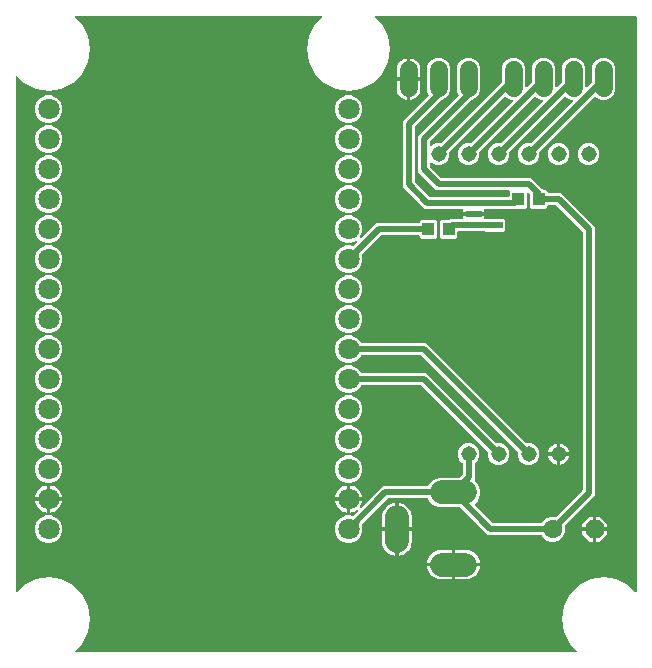
<source format=gbr>
G04 EAGLE Gerber RS-274X export*
G75*
%MOMM*%
%FSLAX34Y34*%
%LPD*%
%INBottom Copper*%
%IPPOS*%
%AMOC8*
5,1,8,0,0,1.08239X$1,22.5*%
G01*
%ADD10P,1.732040X8X22.500000*%
%ADD11C,1.600200*%
%ADD12C,1.800000*%
%ADD13C,2.000000*%
%ADD14R,1.000000X1.100000*%
%ADD15C,1.508000*%
%ADD16R,1.320800X0.558800*%
%ADD17C,1.308000*%
%ADD18C,0.508000*%

G36*
X-484626Y10172D02*
X-484626Y10172D01*
X-484698Y10174D01*
X-484747Y10192D01*
X-484798Y10200D01*
X-484861Y10234D01*
X-484929Y10259D01*
X-484969Y10291D01*
X-485015Y10316D01*
X-485065Y10367D01*
X-485121Y10412D01*
X-485149Y10456D01*
X-485185Y10494D01*
X-485215Y10559D01*
X-485254Y10619D01*
X-485266Y10670D01*
X-485288Y10717D01*
X-485296Y10788D01*
X-485314Y10858D01*
X-485310Y10910D01*
X-485315Y10961D01*
X-485300Y11032D01*
X-485295Y11103D01*
X-485274Y11151D01*
X-485263Y11202D01*
X-485226Y11263D01*
X-485198Y11329D01*
X-485153Y11385D01*
X-485137Y11413D01*
X-485119Y11428D01*
X-485093Y11460D01*
X-479303Y17251D01*
X-474265Y27139D01*
X-472529Y38100D01*
X-474265Y49061D01*
X-479303Y58950D01*
X-487151Y66797D01*
X-497039Y71835D01*
X-508000Y73571D01*
X-518961Y71835D01*
X-528850Y66797D01*
X-534640Y61007D01*
X-534698Y60965D01*
X-534750Y60915D01*
X-534797Y60893D01*
X-534839Y60863D01*
X-534908Y60842D01*
X-534973Y60812D01*
X-535025Y60806D01*
X-535075Y60791D01*
X-535146Y60793D01*
X-535217Y60785D01*
X-535268Y60796D01*
X-535320Y60797D01*
X-535388Y60822D01*
X-535458Y60837D01*
X-535503Y60864D01*
X-535551Y60881D01*
X-535607Y60926D01*
X-535669Y60963D01*
X-535703Y61003D01*
X-535743Y61035D01*
X-535782Y61095D01*
X-535829Y61150D01*
X-535848Y61198D01*
X-535876Y61242D01*
X-535894Y61312D01*
X-535921Y61378D01*
X-535929Y61449D01*
X-535937Y61481D01*
X-535935Y61504D01*
X-535939Y61545D01*
X-535939Y497255D01*
X-535928Y497326D01*
X-535926Y497398D01*
X-535908Y497447D01*
X-535900Y497498D01*
X-535866Y497561D01*
X-535841Y497629D01*
X-535809Y497669D01*
X-535784Y497715D01*
X-535732Y497765D01*
X-535688Y497821D01*
X-535644Y497849D01*
X-535606Y497885D01*
X-535541Y497915D01*
X-535481Y497954D01*
X-535430Y497966D01*
X-535383Y497988D01*
X-535312Y497996D01*
X-535242Y498014D01*
X-535190Y498010D01*
X-535139Y498015D01*
X-535068Y498000D01*
X-534997Y497995D01*
X-534949Y497974D01*
X-534898Y497963D01*
X-534837Y497926D01*
X-534771Y497898D01*
X-534715Y497853D01*
X-534687Y497837D01*
X-534672Y497819D01*
X-534640Y497793D01*
X-528850Y492003D01*
X-518961Y486965D01*
X-508000Y485229D01*
X-497039Y486965D01*
X-487150Y492003D01*
X-479303Y499850D01*
X-474265Y509739D01*
X-472529Y520700D01*
X-474265Y531661D01*
X-479303Y541550D01*
X-485093Y547340D01*
X-485135Y547398D01*
X-485185Y547450D01*
X-485207Y547497D01*
X-485237Y547539D01*
X-485258Y547608D01*
X-485288Y547673D01*
X-485294Y547725D01*
X-485309Y547775D01*
X-485307Y547846D01*
X-485315Y547917D01*
X-485304Y547968D01*
X-485303Y548020D01*
X-485278Y548088D01*
X-485263Y548158D01*
X-485236Y548203D01*
X-485219Y548251D01*
X-485174Y548307D01*
X-485137Y548369D01*
X-485097Y548403D01*
X-485065Y548443D01*
X-485005Y548482D01*
X-484950Y548529D01*
X-484902Y548548D01*
X-484858Y548576D01*
X-484788Y548594D01*
X-484722Y548621D01*
X-484651Y548629D01*
X-484619Y548637D01*
X-484596Y548635D01*
X-484555Y548639D01*
X-277445Y548639D01*
X-277374Y548628D01*
X-277302Y548626D01*
X-277253Y548608D01*
X-277202Y548600D01*
X-277139Y548566D01*
X-277071Y548541D01*
X-277031Y548509D01*
X-276985Y548484D01*
X-276935Y548432D01*
X-276879Y548388D01*
X-276851Y548344D01*
X-276815Y548306D01*
X-276785Y548241D01*
X-276746Y548181D01*
X-276734Y548130D01*
X-276712Y548083D01*
X-276704Y548012D01*
X-276686Y547942D01*
X-276690Y547890D01*
X-276685Y547839D01*
X-276700Y547768D01*
X-276705Y547697D01*
X-276726Y547649D01*
X-276737Y547598D01*
X-276774Y547537D01*
X-276802Y547471D01*
X-276847Y547415D01*
X-276863Y547387D01*
X-276881Y547372D01*
X-276907Y547340D01*
X-282697Y541550D01*
X-287735Y531661D01*
X-289471Y520700D01*
X-287735Y509739D01*
X-282697Y499850D01*
X-274850Y492003D01*
X-264961Y486965D01*
X-254000Y485229D01*
X-243039Y486965D01*
X-233150Y492003D01*
X-225303Y499850D01*
X-220265Y509739D01*
X-218529Y520700D01*
X-220265Y531661D01*
X-225303Y541550D01*
X-231093Y547340D01*
X-231135Y547398D01*
X-231185Y547450D01*
X-231207Y547497D01*
X-231237Y547539D01*
X-231258Y547608D01*
X-231288Y547673D01*
X-231294Y547725D01*
X-231309Y547775D01*
X-231307Y547846D01*
X-231315Y547917D01*
X-231304Y547968D01*
X-231303Y548020D01*
X-231278Y548088D01*
X-231263Y548158D01*
X-231236Y548203D01*
X-231219Y548251D01*
X-231174Y548307D01*
X-231137Y548369D01*
X-231097Y548403D01*
X-231065Y548443D01*
X-231005Y548482D01*
X-230950Y548529D01*
X-230902Y548548D01*
X-230858Y548576D01*
X-230788Y548594D01*
X-230722Y548621D01*
X-230651Y548629D01*
X-230619Y548637D01*
X-230596Y548635D01*
X-230555Y548639D01*
X-10922Y548639D01*
X-10902Y548636D01*
X-10883Y548638D01*
X-10781Y548616D01*
X-10679Y548600D01*
X-10662Y548590D01*
X-10642Y548586D01*
X-10553Y548533D01*
X-10462Y548484D01*
X-10448Y548470D01*
X-10431Y548460D01*
X-10364Y548381D01*
X-10292Y548306D01*
X-10284Y548288D01*
X-10271Y548273D01*
X-10232Y548177D01*
X-10189Y548083D01*
X-10187Y548063D01*
X-10179Y548045D01*
X-10161Y547878D01*
X-10161Y61545D01*
X-10172Y61474D01*
X-10174Y61402D01*
X-10192Y61353D01*
X-10200Y61302D01*
X-10234Y61239D01*
X-10259Y61171D01*
X-10291Y61131D01*
X-10316Y61085D01*
X-10368Y61035D01*
X-10412Y60979D01*
X-10456Y60951D01*
X-10494Y60915D01*
X-10559Y60885D01*
X-10619Y60846D01*
X-10670Y60834D01*
X-10717Y60812D01*
X-10788Y60804D01*
X-10858Y60786D01*
X-10910Y60790D01*
X-10961Y60785D01*
X-11032Y60800D01*
X-11103Y60805D01*
X-11151Y60826D01*
X-11202Y60837D01*
X-11263Y60874D01*
X-11329Y60902D01*
X-11385Y60947D01*
X-11413Y60963D01*
X-11428Y60981D01*
X-11460Y61007D01*
X-17250Y66797D01*
X-27139Y71835D01*
X-38100Y73571D01*
X-49061Y71835D01*
X-58949Y66797D01*
X-66797Y58949D01*
X-71835Y49061D01*
X-73571Y38100D01*
X-71835Y27139D01*
X-66797Y17250D01*
X-61007Y11460D01*
X-60965Y11402D01*
X-60915Y11350D01*
X-60893Y11303D01*
X-60863Y11261D01*
X-60842Y11192D01*
X-60812Y11127D01*
X-60806Y11075D01*
X-60791Y11025D01*
X-60793Y10954D01*
X-60785Y10883D01*
X-60796Y10832D01*
X-60797Y10780D01*
X-60822Y10712D01*
X-60837Y10642D01*
X-60864Y10597D01*
X-60881Y10549D01*
X-60926Y10493D01*
X-60963Y10431D01*
X-61003Y10397D01*
X-61035Y10357D01*
X-61095Y10318D01*
X-61150Y10271D01*
X-61198Y10252D01*
X-61242Y10224D01*
X-61312Y10206D01*
X-61378Y10179D01*
X-61449Y10171D01*
X-61481Y10163D01*
X-61504Y10165D01*
X-61545Y10161D01*
X-484555Y10161D01*
X-484626Y10172D01*
G37*
%LPC*%
G36*
X-251704Y102759D02*
X-251704Y102759D01*
X-247463Y104516D01*
X-244216Y107763D01*
X-242459Y112004D01*
X-242459Y116596D01*
X-242868Y117582D01*
X-242894Y117695D01*
X-242923Y117809D01*
X-242923Y117816D01*
X-242924Y117822D01*
X-242913Y117938D01*
X-242904Y118055D01*
X-242902Y118060D01*
X-242901Y118067D01*
X-242853Y118175D01*
X-242808Y118281D01*
X-242803Y118287D01*
X-242801Y118291D01*
X-242788Y118305D01*
X-242703Y118412D01*
X-221118Y139996D01*
X-221045Y140049D01*
X-220975Y140109D01*
X-220945Y140121D01*
X-220919Y140140D01*
X-220832Y140167D01*
X-220747Y140201D01*
X-220706Y140205D01*
X-220684Y140212D01*
X-220651Y140211D01*
X-220580Y140219D01*
X-187078Y140219D01*
X-186963Y140200D01*
X-186847Y140183D01*
X-186842Y140181D01*
X-186835Y140180D01*
X-186733Y140125D01*
X-186628Y140072D01*
X-186624Y140067D01*
X-186618Y140064D01*
X-186538Y139980D01*
X-186456Y139896D01*
X-186452Y139890D01*
X-186449Y139886D01*
X-186441Y139869D01*
X-186375Y139749D01*
X-185732Y138196D01*
X-182204Y134668D01*
X-177595Y132759D01*
X-160060Y132759D01*
X-159970Y132745D01*
X-159879Y132737D01*
X-159849Y132725D01*
X-159817Y132720D01*
X-159736Y132677D01*
X-159653Y132641D01*
X-159620Y132615D01*
X-159600Y132604D01*
X-159578Y132581D01*
X-159522Y132536D01*
X-136205Y109219D01*
X-91094Y109219D01*
X-90980Y109200D01*
X-90863Y109183D01*
X-90858Y109181D01*
X-90852Y109180D01*
X-90749Y109125D01*
X-90644Y109072D01*
X-90640Y109067D01*
X-90634Y109064D01*
X-90554Y108980D01*
X-90472Y108896D01*
X-90468Y108890D01*
X-90465Y108886D01*
X-90457Y108869D01*
X-90391Y108749D01*
X-90217Y108329D01*
X-87251Y105363D01*
X-83377Y103758D01*
X-79183Y103758D01*
X-75309Y105363D01*
X-72343Y108329D01*
X-70738Y112203D01*
X-70738Y116397D01*
X-70913Y116818D01*
X-70939Y116931D01*
X-70968Y117045D01*
X-70967Y117051D01*
X-70969Y117057D01*
X-70958Y117174D01*
X-70949Y117290D01*
X-70946Y117296D01*
X-70946Y117302D01*
X-70898Y117410D01*
X-70852Y117516D01*
X-70848Y117522D01*
X-70846Y117527D01*
X-70833Y117541D01*
X-70748Y117647D01*
X-48918Y139476D01*
X-45719Y142675D01*
X-45719Y370405D01*
X-48918Y373604D01*
X-70896Y395582D01*
X-74095Y398781D01*
X-84798Y398781D01*
X-84818Y398784D01*
X-84837Y398782D01*
X-84939Y398804D01*
X-85041Y398820D01*
X-85058Y398830D01*
X-85078Y398834D01*
X-85167Y398887D01*
X-85258Y398936D01*
X-85272Y398950D01*
X-85289Y398960D01*
X-85356Y399039D01*
X-85428Y399114D01*
X-85436Y399132D01*
X-85449Y399147D01*
X-85488Y399243D01*
X-85531Y399337D01*
X-85533Y399357D01*
X-85541Y399375D01*
X-85559Y399542D01*
X-85559Y400252D01*
X-87048Y401741D01*
X-89440Y401741D01*
X-89530Y401755D01*
X-89621Y401763D01*
X-89651Y401775D01*
X-89683Y401780D01*
X-89764Y401823D01*
X-89847Y401859D01*
X-89880Y401885D01*
X-89900Y401896D01*
X-89922Y401919D01*
X-89978Y401964D01*
X-99495Y411481D01*
X-175380Y411481D01*
X-175470Y411495D01*
X-175561Y411503D01*
X-175591Y411515D01*
X-175623Y411520D01*
X-175704Y411563D01*
X-175787Y411599D01*
X-175820Y411625D01*
X-175840Y411636D01*
X-175862Y411659D01*
X-175918Y411704D01*
X-185196Y420982D01*
X-185249Y421055D01*
X-185309Y421125D01*
X-185321Y421155D01*
X-185340Y421181D01*
X-185367Y421268D01*
X-185401Y421353D01*
X-185405Y421394D01*
X-185412Y421416D01*
X-185411Y421449D01*
X-185419Y421520D01*
X-185419Y424739D01*
X-185408Y424810D01*
X-185406Y424882D01*
X-185388Y424931D01*
X-185380Y424982D01*
X-185346Y425045D01*
X-185321Y425113D01*
X-185289Y425153D01*
X-185264Y425199D01*
X-185212Y425249D01*
X-185168Y425305D01*
X-185124Y425333D01*
X-185086Y425369D01*
X-185021Y425399D01*
X-184961Y425438D01*
X-184910Y425451D01*
X-184863Y425472D01*
X-184792Y425480D01*
X-184722Y425498D01*
X-184670Y425494D01*
X-184619Y425500D01*
X-184548Y425484D01*
X-184477Y425479D01*
X-184429Y425458D01*
X-184378Y425447D01*
X-184317Y425411D01*
X-184251Y425382D01*
X-184195Y425338D01*
X-184167Y425321D01*
X-184152Y425303D01*
X-184120Y425278D01*
X-182944Y424102D01*
X-179606Y422719D01*
X-175994Y422719D01*
X-172656Y424102D01*
X-170102Y426656D01*
X-168719Y429994D01*
X-168719Y433380D01*
X-168705Y433470D01*
X-168697Y433561D01*
X-168685Y433591D01*
X-168680Y433623D01*
X-168637Y433704D01*
X-168601Y433787D01*
X-168575Y433820D01*
X-168564Y433840D01*
X-168541Y433862D01*
X-168496Y433918D01*
X-122144Y480271D01*
X-122128Y480283D01*
X-122115Y480298D01*
X-122028Y480354D01*
X-121944Y480414D01*
X-121925Y480420D01*
X-121908Y480431D01*
X-121808Y480456D01*
X-121709Y480487D01*
X-121689Y480486D01*
X-121670Y480491D01*
X-121567Y480483D01*
X-121463Y480480D01*
X-121444Y480474D01*
X-121425Y480472D01*
X-121330Y480432D01*
X-121232Y480396D01*
X-121216Y480384D01*
X-121198Y480376D01*
X-121067Y480271D01*
X-120010Y479214D01*
X-116305Y477679D01*
X-115544Y477679D01*
X-115473Y477668D01*
X-115401Y477666D01*
X-115352Y477648D01*
X-115301Y477640D01*
X-115238Y477606D01*
X-115170Y477581D01*
X-115130Y477549D01*
X-115084Y477524D01*
X-115034Y477472D01*
X-114978Y477428D01*
X-114950Y477384D01*
X-114914Y477346D01*
X-114884Y477281D01*
X-114845Y477221D01*
X-114833Y477170D01*
X-114811Y477123D01*
X-114803Y477052D01*
X-114785Y476982D01*
X-114789Y476930D01*
X-114784Y476879D01*
X-114799Y476808D01*
X-114804Y476737D01*
X-114825Y476689D01*
X-114836Y476638D01*
X-114873Y476577D01*
X-114901Y476511D01*
X-114945Y476455D01*
X-114962Y476427D01*
X-114980Y476412D01*
X-115005Y476380D01*
X-150282Y441104D01*
X-150355Y441051D01*
X-150425Y440991D01*
X-150455Y440979D01*
X-150481Y440960D01*
X-150568Y440933D01*
X-150653Y440899D01*
X-150694Y440895D01*
X-150716Y440888D01*
X-150749Y440889D01*
X-150820Y440881D01*
X-154206Y440881D01*
X-157544Y439498D01*
X-160098Y436944D01*
X-161481Y433606D01*
X-161481Y429994D01*
X-160098Y426656D01*
X-157544Y424102D01*
X-154206Y422719D01*
X-150594Y422719D01*
X-147256Y424102D01*
X-144702Y426656D01*
X-143319Y429994D01*
X-143319Y433380D01*
X-143305Y433470D01*
X-143297Y433561D01*
X-143285Y433591D01*
X-143280Y433623D01*
X-143237Y433704D01*
X-143201Y433787D01*
X-143175Y433820D01*
X-143164Y433840D01*
X-143141Y433862D01*
X-143096Y433918D01*
X-96744Y480271D01*
X-96728Y480283D01*
X-96715Y480298D01*
X-96628Y480354D01*
X-96544Y480414D01*
X-96525Y480420D01*
X-96508Y480431D01*
X-96408Y480456D01*
X-96309Y480487D01*
X-96289Y480486D01*
X-96270Y480491D01*
X-96167Y480483D01*
X-96063Y480480D01*
X-96044Y480474D01*
X-96025Y480472D01*
X-95930Y480432D01*
X-95832Y480396D01*
X-95816Y480384D01*
X-95798Y480376D01*
X-95667Y480271D01*
X-94610Y479214D01*
X-90905Y477679D01*
X-90144Y477679D01*
X-90073Y477668D01*
X-90001Y477666D01*
X-89952Y477648D01*
X-89901Y477640D01*
X-89838Y477606D01*
X-89770Y477581D01*
X-89730Y477549D01*
X-89684Y477524D01*
X-89634Y477472D01*
X-89578Y477428D01*
X-89550Y477384D01*
X-89514Y477346D01*
X-89484Y477281D01*
X-89445Y477221D01*
X-89433Y477170D01*
X-89411Y477123D01*
X-89403Y477052D01*
X-89385Y476982D01*
X-89389Y476930D01*
X-89384Y476879D01*
X-89399Y476808D01*
X-89404Y476737D01*
X-89425Y476689D01*
X-89436Y476638D01*
X-89473Y476577D01*
X-89501Y476511D01*
X-89545Y476455D01*
X-89562Y476427D01*
X-89580Y476412D01*
X-89605Y476380D01*
X-124882Y441104D01*
X-124955Y441051D01*
X-125025Y440991D01*
X-125055Y440979D01*
X-125081Y440960D01*
X-125168Y440933D01*
X-125253Y440899D01*
X-125294Y440895D01*
X-125316Y440888D01*
X-125349Y440889D01*
X-125420Y440881D01*
X-128806Y440881D01*
X-132144Y439498D01*
X-134698Y436944D01*
X-136081Y433606D01*
X-136081Y429994D01*
X-134698Y426656D01*
X-132144Y424102D01*
X-128806Y422719D01*
X-125194Y422719D01*
X-121856Y424102D01*
X-119302Y426656D01*
X-117919Y429994D01*
X-117919Y433380D01*
X-117905Y433470D01*
X-117897Y433561D01*
X-117885Y433591D01*
X-117880Y433623D01*
X-117837Y433704D01*
X-117801Y433787D01*
X-117775Y433820D01*
X-117764Y433840D01*
X-117741Y433862D01*
X-117696Y433918D01*
X-71344Y480271D01*
X-71328Y480283D01*
X-71315Y480298D01*
X-71228Y480354D01*
X-71144Y480414D01*
X-71125Y480420D01*
X-71108Y480431D01*
X-71008Y480456D01*
X-70909Y480487D01*
X-70889Y480486D01*
X-70870Y480491D01*
X-70767Y480483D01*
X-70663Y480480D01*
X-70644Y480474D01*
X-70625Y480472D01*
X-70530Y480432D01*
X-70432Y480396D01*
X-70416Y480384D01*
X-70398Y480376D01*
X-70267Y480271D01*
X-69210Y479214D01*
X-65505Y477679D01*
X-64744Y477679D01*
X-64673Y477668D01*
X-64601Y477666D01*
X-64552Y477648D01*
X-64501Y477640D01*
X-64438Y477606D01*
X-64370Y477581D01*
X-64330Y477549D01*
X-64284Y477524D01*
X-64234Y477472D01*
X-64178Y477428D01*
X-64150Y477384D01*
X-64114Y477346D01*
X-64084Y477281D01*
X-64045Y477221D01*
X-64033Y477170D01*
X-64011Y477123D01*
X-64003Y477052D01*
X-63985Y476982D01*
X-63989Y476930D01*
X-63984Y476879D01*
X-63999Y476808D01*
X-64004Y476737D01*
X-64025Y476689D01*
X-64036Y476638D01*
X-64073Y476577D01*
X-64101Y476511D01*
X-64145Y476455D01*
X-64162Y476427D01*
X-64180Y476412D01*
X-64205Y476380D01*
X-99482Y441104D01*
X-99555Y441051D01*
X-99625Y440991D01*
X-99655Y440979D01*
X-99681Y440960D01*
X-99768Y440933D01*
X-99853Y440899D01*
X-99894Y440895D01*
X-99916Y440888D01*
X-99949Y440889D01*
X-100020Y440881D01*
X-103406Y440881D01*
X-106744Y439498D01*
X-109298Y436944D01*
X-110681Y433606D01*
X-110681Y429994D01*
X-109298Y426656D01*
X-106744Y424102D01*
X-103406Y422719D01*
X-99794Y422719D01*
X-96456Y424102D01*
X-93902Y426656D01*
X-92519Y429994D01*
X-92519Y433380D01*
X-92505Y433470D01*
X-92497Y433561D01*
X-92485Y433591D01*
X-92480Y433623D01*
X-92437Y433704D01*
X-92401Y433787D01*
X-92375Y433820D01*
X-92364Y433840D01*
X-92341Y433862D01*
X-92296Y433918D01*
X-45944Y480271D01*
X-45928Y480283D01*
X-45915Y480298D01*
X-45828Y480354D01*
X-45744Y480414D01*
X-45725Y480420D01*
X-45708Y480431D01*
X-45608Y480456D01*
X-45509Y480487D01*
X-45489Y480486D01*
X-45470Y480491D01*
X-45367Y480483D01*
X-45263Y480480D01*
X-45244Y480474D01*
X-45225Y480472D01*
X-45130Y480432D01*
X-45032Y480396D01*
X-45016Y480384D01*
X-44998Y480376D01*
X-44867Y480271D01*
X-43810Y479214D01*
X-40105Y477679D01*
X-36095Y477679D01*
X-32390Y479214D01*
X-29554Y482050D01*
X-28019Y485755D01*
X-28019Y504845D01*
X-29554Y508550D01*
X-32390Y511386D01*
X-36095Y512921D01*
X-40105Y512921D01*
X-43810Y511386D01*
X-46646Y508550D01*
X-48181Y504845D01*
X-48181Y492720D01*
X-48195Y492630D01*
X-48203Y492539D01*
X-48215Y492509D01*
X-48220Y492477D01*
X-48263Y492396D01*
X-48299Y492313D01*
X-48325Y492280D01*
X-48336Y492260D01*
X-48359Y492238D01*
X-48404Y492182D01*
X-52120Y488465D01*
X-52178Y488424D01*
X-52230Y488374D01*
X-52277Y488352D01*
X-52319Y488322D01*
X-52388Y488301D01*
X-52453Y488271D01*
X-52505Y488265D01*
X-52555Y488250D01*
X-52626Y488251D01*
X-52697Y488244D01*
X-52748Y488255D01*
X-52800Y488256D01*
X-52868Y488281D01*
X-52938Y488296D01*
X-52983Y488323D01*
X-53031Y488340D01*
X-53087Y488385D01*
X-53149Y488422D01*
X-53183Y488462D01*
X-53223Y488494D01*
X-53262Y488554D01*
X-53309Y488609D01*
X-53328Y488657D01*
X-53356Y488701D01*
X-53374Y488770D01*
X-53401Y488837D01*
X-53409Y488908D01*
X-53417Y488940D01*
X-53415Y488963D01*
X-53419Y489004D01*
X-53419Y504845D01*
X-54954Y508550D01*
X-57790Y511386D01*
X-61495Y512921D01*
X-65505Y512921D01*
X-69210Y511386D01*
X-72046Y508550D01*
X-73581Y504845D01*
X-73581Y492720D01*
X-73595Y492630D01*
X-73603Y492539D01*
X-73615Y492509D01*
X-73620Y492477D01*
X-73663Y492396D01*
X-73699Y492313D01*
X-73725Y492280D01*
X-73736Y492260D01*
X-73759Y492238D01*
X-73804Y492182D01*
X-77520Y488465D01*
X-77578Y488424D01*
X-77630Y488374D01*
X-77677Y488352D01*
X-77719Y488322D01*
X-77788Y488301D01*
X-77853Y488271D01*
X-77905Y488265D01*
X-77955Y488250D01*
X-78026Y488251D01*
X-78097Y488244D01*
X-78148Y488255D01*
X-78200Y488256D01*
X-78268Y488281D01*
X-78338Y488296D01*
X-78383Y488323D01*
X-78431Y488340D01*
X-78487Y488385D01*
X-78549Y488422D01*
X-78583Y488462D01*
X-78623Y488494D01*
X-78662Y488554D01*
X-78709Y488609D01*
X-78728Y488657D01*
X-78756Y488701D01*
X-78774Y488770D01*
X-78801Y488837D01*
X-78809Y488908D01*
X-78817Y488940D01*
X-78815Y488963D01*
X-78819Y489004D01*
X-78819Y504845D01*
X-80354Y508550D01*
X-83190Y511386D01*
X-86895Y512921D01*
X-90905Y512921D01*
X-94610Y511386D01*
X-97446Y508550D01*
X-98981Y504845D01*
X-98981Y492720D01*
X-98995Y492630D01*
X-99003Y492539D01*
X-99015Y492509D01*
X-99020Y492477D01*
X-99063Y492396D01*
X-99099Y492313D01*
X-99125Y492280D01*
X-99136Y492260D01*
X-99159Y492238D01*
X-99204Y492182D01*
X-102920Y488465D01*
X-102978Y488424D01*
X-103030Y488374D01*
X-103077Y488352D01*
X-103119Y488322D01*
X-103188Y488301D01*
X-103253Y488271D01*
X-103305Y488265D01*
X-103355Y488250D01*
X-103426Y488251D01*
X-103497Y488244D01*
X-103548Y488255D01*
X-103600Y488256D01*
X-103668Y488281D01*
X-103738Y488296D01*
X-103783Y488323D01*
X-103831Y488340D01*
X-103887Y488385D01*
X-103949Y488422D01*
X-103983Y488462D01*
X-104023Y488494D01*
X-104062Y488554D01*
X-104109Y488609D01*
X-104128Y488657D01*
X-104156Y488701D01*
X-104174Y488770D01*
X-104201Y488837D01*
X-104209Y488908D01*
X-104217Y488940D01*
X-104215Y488963D01*
X-104219Y489004D01*
X-104219Y504845D01*
X-105754Y508550D01*
X-108590Y511386D01*
X-112295Y512921D01*
X-116305Y512921D01*
X-120010Y511386D01*
X-122846Y508550D01*
X-124381Y504845D01*
X-124381Y492720D01*
X-124395Y492630D01*
X-124403Y492539D01*
X-124415Y492509D01*
X-124420Y492477D01*
X-124463Y492396D01*
X-124499Y492313D01*
X-124525Y492280D01*
X-124536Y492260D01*
X-124559Y492238D01*
X-124604Y492182D01*
X-175682Y441104D01*
X-175755Y441051D01*
X-175825Y440991D01*
X-175855Y440979D01*
X-175881Y440960D01*
X-175968Y440933D01*
X-176053Y440899D01*
X-176094Y440895D01*
X-176116Y440888D01*
X-176149Y440889D01*
X-176220Y440881D01*
X-179606Y440881D01*
X-182944Y439498D01*
X-184120Y438322D01*
X-184178Y438281D01*
X-184230Y438231D01*
X-184277Y438209D01*
X-184319Y438179D01*
X-184388Y438158D01*
X-184453Y438128D01*
X-184505Y438122D01*
X-184555Y438106D01*
X-184626Y438108D01*
X-184697Y438100D01*
X-184748Y438111D01*
X-184800Y438113D01*
X-184868Y438137D01*
X-184938Y438153D01*
X-184983Y438179D01*
X-185031Y438197D01*
X-185087Y438242D01*
X-185149Y438279D01*
X-185183Y438318D01*
X-185223Y438351D01*
X-185262Y438411D01*
X-185309Y438466D01*
X-185328Y438514D01*
X-185356Y438558D01*
X-185374Y438627D01*
X-185401Y438694D01*
X-185409Y438765D01*
X-185417Y438796D01*
X-185415Y438820D01*
X-185419Y438861D01*
X-185419Y442080D01*
X-185405Y442170D01*
X-185397Y442261D01*
X-185385Y442291D01*
X-185380Y442323D01*
X-185337Y442404D01*
X-185301Y442487D01*
X-185275Y442520D01*
X-185264Y442540D01*
X-185241Y442562D01*
X-185196Y442618D01*
X-150519Y477296D01*
X-150518Y477296D01*
X-150059Y477756D01*
X-150006Y477794D01*
X-149959Y477840D01*
X-149886Y477880D01*
X-149859Y477899D01*
X-149841Y477905D01*
X-149812Y477921D01*
X-146690Y479214D01*
X-143854Y482050D01*
X-142319Y485755D01*
X-142319Y504845D01*
X-143854Y508550D01*
X-146690Y511386D01*
X-150395Y512921D01*
X-154405Y512921D01*
X-158110Y511386D01*
X-160946Y508550D01*
X-162481Y504845D01*
X-162481Y485755D01*
X-160903Y481947D01*
X-160877Y481833D01*
X-160848Y481719D01*
X-160849Y481713D01*
X-160847Y481707D01*
X-160858Y481590D01*
X-160867Y481474D01*
X-160870Y481468D01*
X-160870Y481462D01*
X-160918Y481355D01*
X-160963Y481248D01*
X-160968Y481242D01*
X-160970Y481237D01*
X-160983Y481224D01*
X-161068Y481117D01*
X-195581Y446605D01*
X-195581Y416995D01*
X-179905Y401319D01*
X-118402Y401319D01*
X-118382Y401316D01*
X-118363Y401318D01*
X-118261Y401296D01*
X-118159Y401280D01*
X-118142Y401270D01*
X-118122Y401266D01*
X-118033Y401213D01*
X-117942Y401164D01*
X-117928Y401150D01*
X-117911Y401140D01*
X-117844Y401061D01*
X-117772Y400986D01*
X-117764Y400968D01*
X-117751Y400953D01*
X-117712Y400857D01*
X-117669Y400763D01*
X-117667Y400743D01*
X-117659Y400725D01*
X-117641Y400558D01*
X-117641Y396367D01*
X-117644Y396347D01*
X-117642Y396328D01*
X-117664Y396226D01*
X-117680Y396124D01*
X-117690Y396107D01*
X-117694Y396087D01*
X-117747Y395998D01*
X-117796Y395907D01*
X-117810Y395893D01*
X-117820Y395876D01*
X-117899Y395809D01*
X-117974Y395737D01*
X-117992Y395729D01*
X-118007Y395716D01*
X-118103Y395677D01*
X-118197Y395634D01*
X-118217Y395632D01*
X-118235Y395624D01*
X-118402Y395606D01*
X-122022Y395606D01*
X-122112Y395620D01*
X-122203Y395628D01*
X-122233Y395640D01*
X-122265Y395645D01*
X-122346Y395688D01*
X-122430Y395724D01*
X-122462Y395750D01*
X-122482Y395761D01*
X-122505Y395784D01*
X-122561Y395829D01*
X-122592Y395860D01*
X-137904Y395860D01*
X-137935Y395829D01*
X-138009Y395776D01*
X-138079Y395716D01*
X-138109Y395704D01*
X-138135Y395685D01*
X-138222Y395658D01*
X-138307Y395624D01*
X-138348Y395620D01*
X-138370Y395613D01*
X-138402Y395614D01*
X-138474Y395606D01*
X-184905Y395606D01*
X-184995Y395620D01*
X-185086Y395628D01*
X-185116Y395640D01*
X-185148Y395645D01*
X-185229Y395688D01*
X-185312Y395724D01*
X-185345Y395750D01*
X-185365Y395761D01*
X-185387Y395784D01*
X-185443Y395829D01*
X-197896Y408282D01*
X-197949Y408355D01*
X-198009Y408425D01*
X-198021Y408455D01*
X-198040Y408481D01*
X-198067Y408568D01*
X-198101Y408653D01*
X-198105Y408694D01*
X-198112Y408716D01*
X-198111Y408749D01*
X-198119Y408820D01*
X-198119Y454780D01*
X-198105Y454870D01*
X-198097Y454961D01*
X-198085Y454991D01*
X-198080Y455023D01*
X-198037Y455104D01*
X-198001Y455187D01*
X-197975Y455220D01*
X-197964Y455240D01*
X-197941Y455262D01*
X-197896Y455318D01*
X-175919Y477296D01*
X-175918Y477296D01*
X-175459Y477756D01*
X-175406Y477794D01*
X-175359Y477840D01*
X-175286Y477880D01*
X-175259Y477899D01*
X-175241Y477905D01*
X-175212Y477921D01*
X-172090Y479214D01*
X-169254Y482050D01*
X-167719Y485755D01*
X-167719Y504845D01*
X-169254Y508550D01*
X-172090Y511386D01*
X-175795Y512921D01*
X-179805Y512921D01*
X-183510Y511386D01*
X-186346Y508550D01*
X-187881Y504845D01*
X-187881Y485755D01*
X-186303Y481947D01*
X-186277Y481833D01*
X-186248Y481719D01*
X-186249Y481713D01*
X-186247Y481707D01*
X-186258Y481590D01*
X-186267Y481474D01*
X-186270Y481468D01*
X-186270Y481462D01*
X-186318Y481355D01*
X-186363Y481248D01*
X-186368Y481242D01*
X-186370Y481237D01*
X-186383Y481224D01*
X-186468Y481117D01*
X-208281Y459305D01*
X-208281Y404295D01*
X-189430Y385444D01*
X-157957Y385444D01*
X-157840Y385425D01*
X-157722Y385407D01*
X-157718Y385405D01*
X-157714Y385405D01*
X-157608Y385349D01*
X-157503Y385294D01*
X-157500Y385291D01*
X-157497Y385289D01*
X-157414Y385202D01*
X-157332Y385118D01*
X-157330Y385114D01*
X-157327Y385111D01*
X-157277Y385003D01*
X-157226Y384896D01*
X-157225Y384892D01*
X-157224Y384888D01*
X-157211Y384770D01*
X-157196Y384652D01*
X-157197Y384647D01*
X-157197Y384644D01*
X-157199Y384630D01*
X-157221Y384486D01*
X-157317Y384128D01*
X-157317Y382396D01*
X-148808Y382396D01*
X-148788Y382393D01*
X-148768Y382395D01*
X-148667Y382373D01*
X-148565Y382357D01*
X-148547Y382347D01*
X-148528Y382343D01*
X-148439Y382290D01*
X-148348Y382241D01*
X-148334Y382227D01*
X-148317Y382217D01*
X-148249Y382138D01*
X-148178Y382063D01*
X-148170Y382045D01*
X-148144Y382095D01*
X-148129Y382109D01*
X-148119Y382126D01*
X-148040Y382193D01*
X-147965Y382265D01*
X-147947Y382273D01*
X-147932Y382286D01*
X-147836Y382325D01*
X-147742Y382368D01*
X-147723Y382370D01*
X-147704Y382378D01*
X-147537Y382396D01*
X-139028Y382396D01*
X-139028Y384128D01*
X-139092Y384369D01*
X-139097Y384417D01*
X-139111Y384463D01*
X-139109Y384539D01*
X-139117Y384614D01*
X-139106Y384661D01*
X-139105Y384709D01*
X-139079Y384780D01*
X-139062Y384854D01*
X-139037Y384895D01*
X-139020Y384940D01*
X-138973Y384999D01*
X-138933Y385064D01*
X-138897Y385094D01*
X-138867Y385132D01*
X-138803Y385173D01*
X-138745Y385221D01*
X-138700Y385239D01*
X-138660Y385265D01*
X-138586Y385283D01*
X-138516Y385311D01*
X-138468Y385313D01*
X-138421Y385325D01*
X-138346Y385319D01*
X-138270Y385323D01*
X-138224Y385309D01*
X-138176Y385306D01*
X-138106Y385276D01*
X-138033Y385255D01*
X-137994Y385228D01*
X-137950Y385209D01*
X-137926Y385190D01*
X-122592Y385190D01*
X-122561Y385221D01*
X-122487Y385274D01*
X-122417Y385334D01*
X-122387Y385346D01*
X-122361Y385365D01*
X-122274Y385392D01*
X-122189Y385426D01*
X-122148Y385430D01*
X-122126Y385437D01*
X-122094Y385436D01*
X-122022Y385444D01*
X-111167Y385444D01*
X-111105Y385489D01*
X-111035Y385549D01*
X-111005Y385561D01*
X-110979Y385580D01*
X-110892Y385607D01*
X-110807Y385641D01*
X-110766Y385645D01*
X-110744Y385652D01*
X-110711Y385651D01*
X-110640Y385659D01*
X-104048Y385659D01*
X-102559Y387148D01*
X-102559Y398336D01*
X-102548Y398407D01*
X-102546Y398479D01*
X-102528Y398528D01*
X-102520Y398579D01*
X-102486Y398642D01*
X-102461Y398710D01*
X-102429Y398750D01*
X-102404Y398796D01*
X-102353Y398846D01*
X-102308Y398902D01*
X-102264Y398930D01*
X-102226Y398966D01*
X-102161Y398996D01*
X-102101Y399035D01*
X-102050Y399047D01*
X-102003Y399069D01*
X-101932Y399077D01*
X-101862Y399095D01*
X-101810Y399091D01*
X-101759Y399096D01*
X-101688Y399081D01*
X-101617Y399076D01*
X-101569Y399055D01*
X-101518Y399044D01*
X-101457Y399007D01*
X-101391Y398979D01*
X-101335Y398935D01*
X-101307Y398918D01*
X-101292Y398900D01*
X-101260Y398874D01*
X-100864Y398478D01*
X-100810Y398404D01*
X-100751Y398335D01*
X-100739Y398305D01*
X-100720Y398279D01*
X-100693Y398192D01*
X-100659Y398107D01*
X-100655Y398066D01*
X-100648Y398044D01*
X-100649Y398011D01*
X-100641Y397940D01*
X-100641Y387148D01*
X-99152Y385659D01*
X-87048Y385659D01*
X-85559Y387148D01*
X-85559Y387858D01*
X-85556Y387878D01*
X-85558Y387897D01*
X-85536Y387999D01*
X-85520Y388101D01*
X-85510Y388118D01*
X-85506Y388138D01*
X-85453Y388227D01*
X-85404Y388318D01*
X-85390Y388332D01*
X-85380Y388349D01*
X-85301Y388416D01*
X-85226Y388488D01*
X-85208Y388496D01*
X-85193Y388509D01*
X-85097Y388548D01*
X-85003Y388591D01*
X-84983Y388593D01*
X-84965Y388601D01*
X-84798Y388619D01*
X-78620Y388619D01*
X-78530Y388605D01*
X-78439Y388597D01*
X-78409Y388585D01*
X-78377Y388580D01*
X-78296Y388537D01*
X-78213Y388501D01*
X-78180Y388475D01*
X-78160Y388464D01*
X-78138Y388441D01*
X-78082Y388396D01*
X-56104Y366418D01*
X-56051Y366345D01*
X-55991Y366275D01*
X-55979Y366245D01*
X-55960Y366219D01*
X-55933Y366132D01*
X-55899Y366047D01*
X-55895Y366006D01*
X-55888Y365984D01*
X-55889Y365951D01*
X-55881Y365880D01*
X-55881Y147200D01*
X-55895Y147110D01*
X-55903Y147019D01*
X-55915Y146989D01*
X-55920Y146957D01*
X-55963Y146876D01*
X-55999Y146793D01*
X-56025Y146760D01*
X-56036Y146740D01*
X-56059Y146718D01*
X-56066Y146709D01*
X-56074Y146695D01*
X-56083Y146687D01*
X-56104Y146662D01*
X-77933Y124832D01*
X-78026Y124765D01*
X-78121Y124694D01*
X-78128Y124693D01*
X-78133Y124689D01*
X-78243Y124655D01*
X-78355Y124618D01*
X-78362Y124618D01*
X-78368Y124617D01*
X-78484Y124620D01*
X-78601Y124621D01*
X-78608Y124623D01*
X-78613Y124623D01*
X-78631Y124629D01*
X-78762Y124667D01*
X-79183Y124842D01*
X-83377Y124842D01*
X-87251Y123237D01*
X-90217Y120271D01*
X-90391Y119851D01*
X-90453Y119751D01*
X-90513Y119651D01*
X-90517Y119647D01*
X-90521Y119642D01*
X-90611Y119567D01*
X-90700Y119491D01*
X-90705Y119489D01*
X-90710Y119485D01*
X-90819Y119443D01*
X-90928Y119399D01*
X-90935Y119398D01*
X-90940Y119397D01*
X-90958Y119396D01*
X-91094Y119381D01*
X-131680Y119381D01*
X-131770Y119395D01*
X-131861Y119403D01*
X-131891Y119415D01*
X-131923Y119420D01*
X-132004Y119463D01*
X-132087Y119499D01*
X-132120Y119525D01*
X-132140Y119536D01*
X-132162Y119559D01*
X-132218Y119604D01*
X-147101Y134487D01*
X-147113Y134503D01*
X-147129Y134515D01*
X-147159Y134562D01*
X-147173Y134578D01*
X-147186Y134604D01*
X-147245Y134686D01*
X-147251Y134705D01*
X-147262Y134722D01*
X-147287Y134823D01*
X-147317Y134921D01*
X-147317Y134941D01*
X-147322Y134961D01*
X-147314Y135064D01*
X-147311Y135167D01*
X-147304Y135186D01*
X-147303Y135206D01*
X-147262Y135301D01*
X-147227Y135398D01*
X-147214Y135414D01*
X-147206Y135432D01*
X-147101Y135563D01*
X-144468Y138196D01*
X-142559Y142805D01*
X-142559Y147795D01*
X-144468Y152404D01*
X-147101Y155037D01*
X-147114Y155054D01*
X-147130Y155067D01*
X-147159Y155113D01*
X-147177Y155131D01*
X-147191Y155162D01*
X-147205Y155180D01*
X-147209Y155185D01*
X-147210Y155187D01*
X-147245Y155237D01*
X-147251Y155257D01*
X-147263Y155274D01*
X-147287Y155374D01*
X-147295Y155399D01*
X-147301Y155413D01*
X-147302Y155420D01*
X-147317Y155472D01*
X-147317Y155493D01*
X-147322Y155513D01*
X-147318Y155566D01*
X-147319Y155580D01*
X-147319Y169723D01*
X-147305Y169813D01*
X-147297Y169904D01*
X-147285Y169934D01*
X-147280Y169966D01*
X-147237Y170047D01*
X-147201Y170131D01*
X-147175Y170163D01*
X-147164Y170183D01*
X-147141Y170206D01*
X-147096Y170262D01*
X-144702Y172656D01*
X-143319Y175994D01*
X-143319Y179606D01*
X-144702Y182944D01*
X-147256Y185498D01*
X-150594Y186881D01*
X-154206Y186881D01*
X-157544Y185498D01*
X-160098Y182944D01*
X-161481Y179606D01*
X-161481Y175994D01*
X-160098Y172656D01*
X-157704Y170262D01*
X-157651Y170188D01*
X-157591Y170118D01*
X-157579Y170088D01*
X-157560Y170062D01*
X-157533Y169975D01*
X-157499Y169890D01*
X-157495Y169849D01*
X-157488Y169827D01*
X-157489Y169795D01*
X-157481Y169723D01*
X-157481Y160420D01*
X-157495Y160330D01*
X-157503Y160239D01*
X-157515Y160209D01*
X-157520Y160177D01*
X-157563Y160096D01*
X-157599Y160012D01*
X-157625Y159980D01*
X-157636Y159960D01*
X-157659Y159937D01*
X-157704Y159882D01*
X-159522Y158064D01*
X-159595Y158011D01*
X-159665Y157951D01*
X-159695Y157939D01*
X-159721Y157920D01*
X-159808Y157893D01*
X-159893Y157859D01*
X-159934Y157855D01*
X-159956Y157848D01*
X-159989Y157849D01*
X-160060Y157841D01*
X-177595Y157841D01*
X-182204Y155932D01*
X-185732Y152404D01*
X-186375Y150851D01*
X-186436Y150751D01*
X-186496Y150651D01*
X-186501Y150647D01*
X-186504Y150642D01*
X-186595Y150567D01*
X-186683Y150491D01*
X-186689Y150489D01*
X-186694Y150485D01*
X-186802Y150443D01*
X-186911Y150399D01*
X-186919Y150398D01*
X-186924Y150397D01*
X-186942Y150396D01*
X-187078Y150381D01*
X-225105Y150381D01*
X-243389Y132096D01*
X-243441Y132059D01*
X-243486Y132014D01*
X-243540Y131988D01*
X-243589Y131953D01*
X-243650Y131934D01*
X-243707Y131906D01*
X-243767Y131898D01*
X-243824Y131880D01*
X-243888Y131882D01*
X-243951Y131874D01*
X-244010Y131885D01*
X-244070Y131887D01*
X-244130Y131909D01*
X-244192Y131921D01*
X-244244Y131950D01*
X-244301Y131971D01*
X-244351Y132011D01*
X-244406Y132043D01*
X-244446Y132087D01*
X-244493Y132125D01*
X-244527Y132179D01*
X-244570Y132226D01*
X-244593Y132281D01*
X-244626Y132332D01*
X-244641Y132394D01*
X-244667Y132452D01*
X-244671Y132512D01*
X-244686Y132570D01*
X-244681Y132634D01*
X-244686Y132698D01*
X-244671Y132756D01*
X-244667Y132815D01*
X-244642Y132874D01*
X-244626Y132936D01*
X-244583Y133012D01*
X-244570Y133042D01*
X-244555Y133061D01*
X-244543Y133082D01*
X-244129Y133651D01*
X-243305Y135270D01*
X-242743Y136998D01*
X-242557Y138177D01*
X-252477Y138177D01*
X-252477Y128257D01*
X-251298Y128443D01*
X-249570Y129005D01*
X-247951Y129829D01*
X-247382Y130243D01*
X-247325Y130272D01*
X-247273Y130309D01*
X-247216Y130327D01*
X-247162Y130354D01*
X-247099Y130363D01*
X-247038Y130382D01*
X-246978Y130380D01*
X-246919Y130388D01*
X-246856Y130377D01*
X-246792Y130375D01*
X-246736Y130355D01*
X-246677Y130344D01*
X-246621Y130313D01*
X-246561Y130291D01*
X-246514Y130253D01*
X-246462Y130224D01*
X-246419Y130177D01*
X-246369Y130137D01*
X-246337Y130087D01*
X-246296Y130042D01*
X-246271Y129984D01*
X-246236Y129930D01*
X-246221Y129872D01*
X-246197Y129817D01*
X-246192Y129753D01*
X-246176Y129692D01*
X-246181Y129632D01*
X-246175Y129572D01*
X-246190Y129510D01*
X-246195Y129446D01*
X-246219Y129391D01*
X-246232Y129333D01*
X-246266Y129279D01*
X-246291Y129220D01*
X-246345Y129153D01*
X-246363Y129124D01*
X-246381Y129108D01*
X-246396Y129089D01*
X-249888Y125597D01*
X-249983Y125529D01*
X-250077Y125459D01*
X-250083Y125457D01*
X-250088Y125454D01*
X-250200Y125419D01*
X-250311Y125383D01*
X-250317Y125383D01*
X-250323Y125381D01*
X-250440Y125384D01*
X-250557Y125385D01*
X-250564Y125387D01*
X-250569Y125388D01*
X-250586Y125394D01*
X-250718Y125432D01*
X-251704Y125841D01*
X-256296Y125841D01*
X-260537Y124084D01*
X-263784Y120837D01*
X-265541Y116596D01*
X-265541Y112004D01*
X-263784Y107763D01*
X-260537Y104516D01*
X-256296Y102759D01*
X-251704Y102759D01*
G37*
%LPD*%
%LPC*%
G36*
X-99794Y168719D02*
X-99794Y168719D01*
X-96456Y170102D01*
X-93902Y172656D01*
X-92519Y175994D01*
X-92519Y179606D01*
X-93902Y182944D01*
X-96456Y185498D01*
X-99794Y186881D01*
X-103180Y186881D01*
X-103270Y186895D01*
X-103361Y186903D01*
X-103391Y186915D01*
X-103423Y186920D01*
X-103504Y186963D01*
X-103587Y186999D01*
X-103620Y187025D01*
X-103640Y187036D01*
X-103662Y187059D01*
X-103718Y187104D01*
X-188395Y271781D01*
X-243104Y271781D01*
X-243219Y271800D01*
X-243335Y271817D01*
X-243341Y271819D01*
X-243347Y271820D01*
X-243450Y271875D01*
X-243554Y271928D01*
X-243559Y271933D01*
X-243564Y271936D01*
X-243644Y272020D01*
X-243727Y272104D01*
X-243730Y272110D01*
X-243734Y272114D01*
X-243742Y272131D01*
X-243808Y272251D01*
X-244216Y273237D01*
X-247463Y276484D01*
X-251704Y278241D01*
X-256296Y278241D01*
X-260537Y276484D01*
X-263784Y273237D01*
X-265541Y268996D01*
X-265541Y264404D01*
X-263784Y260163D01*
X-260537Y256916D01*
X-256296Y255159D01*
X-251704Y255159D01*
X-247463Y256916D01*
X-244216Y260163D01*
X-243808Y261149D01*
X-243746Y261249D01*
X-243686Y261349D01*
X-243681Y261353D01*
X-243678Y261358D01*
X-243588Y261433D01*
X-243499Y261509D01*
X-243493Y261511D01*
X-243488Y261515D01*
X-243380Y261557D01*
X-243271Y261601D01*
X-243263Y261602D01*
X-243259Y261603D01*
X-243241Y261604D01*
X-243104Y261619D01*
X-192920Y261619D01*
X-192830Y261605D01*
X-192739Y261597D01*
X-192709Y261585D01*
X-192677Y261580D01*
X-192596Y261537D01*
X-192513Y261501D01*
X-192480Y261475D01*
X-192460Y261464D01*
X-192438Y261441D01*
X-192382Y261396D01*
X-110904Y179918D01*
X-110851Y179845D01*
X-110791Y179775D01*
X-110779Y179745D01*
X-110760Y179719D01*
X-110733Y179632D01*
X-110699Y179547D01*
X-110695Y179506D01*
X-110688Y179484D01*
X-110689Y179451D01*
X-110681Y179380D01*
X-110681Y175994D01*
X-109298Y172656D01*
X-106744Y170102D01*
X-103406Y168719D01*
X-99794Y168719D01*
G37*
%LPD*%
%LPC*%
G36*
X-125194Y168719D02*
X-125194Y168719D01*
X-121856Y170102D01*
X-119302Y172656D01*
X-117919Y175994D01*
X-117919Y179606D01*
X-119302Y182944D01*
X-121856Y185498D01*
X-125194Y186881D01*
X-128580Y186881D01*
X-128670Y186895D01*
X-128761Y186903D01*
X-128791Y186915D01*
X-128823Y186920D01*
X-128904Y186963D01*
X-128987Y186999D01*
X-129020Y187025D01*
X-129040Y187036D01*
X-129062Y187059D01*
X-129118Y187104D01*
X-188395Y246381D01*
X-243104Y246381D01*
X-243219Y246400D01*
X-243335Y246417D01*
X-243341Y246419D01*
X-243347Y246420D01*
X-243450Y246475D01*
X-243554Y246528D01*
X-243559Y246533D01*
X-243564Y246536D01*
X-243644Y246620D01*
X-243727Y246704D01*
X-243730Y246710D01*
X-243734Y246714D01*
X-243742Y246731D01*
X-243808Y246851D01*
X-244216Y247837D01*
X-247463Y251084D01*
X-251704Y252841D01*
X-256296Y252841D01*
X-260537Y251084D01*
X-263784Y247837D01*
X-265541Y243596D01*
X-265541Y239004D01*
X-263784Y234763D01*
X-260537Y231516D01*
X-256296Y229759D01*
X-251704Y229759D01*
X-247463Y231516D01*
X-244216Y234763D01*
X-243808Y235749D01*
X-243746Y235849D01*
X-243686Y235949D01*
X-243681Y235953D01*
X-243678Y235958D01*
X-243588Y236033D01*
X-243499Y236109D01*
X-243493Y236111D01*
X-243488Y236115D01*
X-243380Y236157D01*
X-243271Y236201D01*
X-243263Y236202D01*
X-243259Y236203D01*
X-243241Y236204D01*
X-243104Y236219D01*
X-192920Y236219D01*
X-192830Y236205D01*
X-192739Y236197D01*
X-192709Y236185D01*
X-192677Y236180D01*
X-192596Y236137D01*
X-192513Y236101D01*
X-192480Y236075D01*
X-192460Y236064D01*
X-192438Y236041D01*
X-192382Y235996D01*
X-136304Y179918D01*
X-136251Y179845D01*
X-136191Y179775D01*
X-136179Y179745D01*
X-136160Y179719D01*
X-136133Y179632D01*
X-136099Y179547D01*
X-136095Y179506D01*
X-136088Y179484D01*
X-136089Y179451D01*
X-136081Y179380D01*
X-136081Y175994D01*
X-134698Y172656D01*
X-132144Y170102D01*
X-128806Y168719D01*
X-125194Y168719D01*
G37*
%LPD*%
%LPC*%
G36*
X-251704Y331359D02*
X-251704Y331359D01*
X-247463Y333116D01*
X-244216Y336363D01*
X-242459Y340604D01*
X-242459Y345196D01*
X-242868Y346182D01*
X-242894Y346295D01*
X-242923Y346409D01*
X-242923Y346416D01*
X-242924Y346422D01*
X-242913Y346538D01*
X-242904Y346655D01*
X-242902Y346660D01*
X-242901Y346667D01*
X-242853Y346775D01*
X-242808Y346881D01*
X-242803Y346887D01*
X-242801Y346891D01*
X-242788Y346905D01*
X-242703Y347012D01*
X-226718Y362996D01*
X-226645Y363049D01*
X-226575Y363109D01*
X-226545Y363121D01*
X-226519Y363140D01*
X-226432Y363167D01*
X-226347Y363201D01*
X-226306Y363205D01*
X-226284Y363212D01*
X-226251Y363211D01*
X-226180Y363219D01*
X-194602Y363219D01*
X-194582Y363216D01*
X-194563Y363218D01*
X-194461Y363196D01*
X-194359Y363180D01*
X-194342Y363170D01*
X-194322Y363166D01*
X-194233Y363113D01*
X-194142Y363064D01*
X-194128Y363050D01*
X-194111Y363040D01*
X-194044Y362961D01*
X-193972Y362886D01*
X-193964Y362868D01*
X-193951Y362853D01*
X-193912Y362757D01*
X-193869Y362663D01*
X-193867Y362643D01*
X-193859Y362625D01*
X-193841Y362458D01*
X-193841Y361748D01*
X-192352Y360259D01*
X-180248Y360259D01*
X-178759Y361748D01*
X-178759Y374852D01*
X-180248Y376341D01*
X-192352Y376341D01*
X-193841Y374852D01*
X-193841Y374142D01*
X-193844Y374122D01*
X-193842Y374103D01*
X-193864Y374001D01*
X-193880Y373899D01*
X-193890Y373882D01*
X-193894Y373862D01*
X-193947Y373773D01*
X-193996Y373682D01*
X-194010Y373668D01*
X-194020Y373651D01*
X-194099Y373584D01*
X-194174Y373512D01*
X-194192Y373504D01*
X-194207Y373491D01*
X-194303Y373452D01*
X-194397Y373409D01*
X-194417Y373407D01*
X-194435Y373399D01*
X-194602Y373381D01*
X-230705Y373381D01*
X-242849Y361236D01*
X-242928Y361179D01*
X-243003Y361117D01*
X-243028Y361108D01*
X-243049Y361093D01*
X-243142Y361064D01*
X-243233Y361029D01*
X-243259Y361028D01*
X-243284Y361020D01*
X-243381Y361023D01*
X-243479Y361019D01*
X-243504Y361026D01*
X-243530Y361027D01*
X-243621Y361060D01*
X-243715Y361087D01*
X-243736Y361102D01*
X-243761Y361111D01*
X-243837Y361172D01*
X-243917Y361227D01*
X-243932Y361248D01*
X-243953Y361265D01*
X-244006Y361347D01*
X-244064Y361425D01*
X-244072Y361450D01*
X-244086Y361472D01*
X-244110Y361566D01*
X-244140Y361659D01*
X-244140Y361685D01*
X-244146Y361710D01*
X-244138Y361807D01*
X-244138Y361905D01*
X-244128Y361936D01*
X-244127Y361955D01*
X-244114Y361986D01*
X-244091Y362066D01*
X-242459Y366004D01*
X-242459Y370596D01*
X-244216Y374837D01*
X-247463Y378084D01*
X-251704Y379841D01*
X-256296Y379841D01*
X-260537Y378084D01*
X-263784Y374837D01*
X-265541Y370596D01*
X-265541Y366004D01*
X-263784Y361763D01*
X-260537Y358516D01*
X-256296Y356759D01*
X-251704Y356759D01*
X-247766Y358391D01*
X-247671Y358413D01*
X-247578Y358442D01*
X-247552Y358441D01*
X-247526Y358447D01*
X-247429Y358438D01*
X-247332Y358435D01*
X-247307Y358426D01*
X-247281Y358424D01*
X-247192Y358384D01*
X-247101Y358351D01*
X-247080Y358334D01*
X-247057Y358324D01*
X-246985Y358258D01*
X-246909Y358197D01*
X-246895Y358175D01*
X-246875Y358157D01*
X-246828Y358072D01*
X-246776Y357990D01*
X-246769Y357965D01*
X-246757Y357942D01*
X-246740Y357846D01*
X-246716Y357752D01*
X-246718Y357726D01*
X-246713Y357700D01*
X-246727Y357603D01*
X-246735Y357506D01*
X-246745Y357482D01*
X-246749Y357457D01*
X-246793Y357370D01*
X-246831Y357280D01*
X-246852Y357255D01*
X-246860Y357237D01*
X-246884Y357214D01*
X-246936Y357149D01*
X-249888Y354197D01*
X-249983Y354129D01*
X-250077Y354059D01*
X-250083Y354057D01*
X-250088Y354054D01*
X-250200Y354019D01*
X-250311Y353983D01*
X-250317Y353983D01*
X-250323Y353981D01*
X-250440Y353984D01*
X-250557Y353985D01*
X-250564Y353987D01*
X-250569Y353988D01*
X-250586Y353994D01*
X-250718Y354032D01*
X-251704Y354441D01*
X-256296Y354441D01*
X-260537Y352684D01*
X-263784Y349437D01*
X-265541Y345196D01*
X-265541Y340604D01*
X-263784Y336363D01*
X-260537Y333116D01*
X-256296Y331359D01*
X-251704Y331359D01*
G37*
%LPD*%
%LPC*%
G36*
X-163248Y360259D02*
X-163248Y360259D01*
X-161759Y361748D01*
X-161759Y365633D01*
X-161756Y365653D01*
X-161758Y365672D01*
X-161736Y365774D01*
X-161720Y365876D01*
X-161710Y365893D01*
X-161706Y365913D01*
X-161653Y366002D01*
X-161604Y366093D01*
X-161590Y366107D01*
X-161580Y366124D01*
X-161501Y366191D01*
X-161426Y366263D01*
X-161408Y366271D01*
X-161393Y366284D01*
X-161297Y366323D01*
X-161203Y366366D01*
X-161183Y366368D01*
X-161165Y366376D01*
X-160998Y366394D01*
X-138474Y366394D01*
X-138384Y366380D01*
X-138293Y366372D01*
X-138263Y366360D01*
X-138231Y366355D01*
X-138150Y366312D01*
X-138066Y366276D01*
X-138034Y366250D01*
X-138014Y366239D01*
X-137991Y366216D01*
X-137935Y366171D01*
X-137904Y366140D01*
X-122592Y366140D01*
X-121103Y367629D01*
X-121103Y375321D01*
X-122592Y376810D01*
X-137932Y376810D01*
X-137957Y376796D01*
X-138018Y376752D01*
X-138064Y376738D01*
X-138106Y376715D01*
X-138181Y376702D01*
X-138254Y376680D01*
X-138301Y376681D01*
X-138349Y376673D01*
X-138424Y376684D01*
X-138499Y376686D01*
X-138545Y376702D01*
X-138592Y376710D01*
X-138659Y376744D01*
X-138730Y376770D01*
X-138768Y376800D01*
X-138811Y376822D01*
X-138863Y376877D01*
X-138922Y376924D01*
X-138948Y376964D01*
X-138982Y376999D01*
X-139014Y377067D01*
X-139055Y377131D01*
X-139067Y377178D01*
X-139088Y377221D01*
X-139097Y377296D01*
X-139116Y377370D01*
X-139112Y377417D01*
X-139118Y377465D01*
X-139098Y377592D01*
X-139096Y377615D01*
X-139094Y377621D01*
X-139092Y377631D01*
X-139028Y377871D01*
X-139028Y379604D01*
X-147537Y379604D01*
X-147557Y379607D01*
X-147577Y379605D01*
X-147678Y379627D01*
X-147780Y379643D01*
X-147798Y379653D01*
X-147817Y379657D01*
X-147906Y379710D01*
X-147997Y379759D01*
X-148011Y379773D01*
X-148028Y379783D01*
X-148096Y379862D01*
X-148167Y379937D01*
X-148175Y379954D01*
X-148201Y379905D01*
X-148216Y379891D01*
X-148226Y379874D01*
X-148305Y379807D01*
X-148380Y379735D01*
X-148398Y379727D01*
X-148413Y379714D01*
X-148509Y379675D01*
X-148603Y379632D01*
X-148622Y379630D01*
X-148641Y379622D01*
X-148808Y379604D01*
X-157317Y379604D01*
X-157317Y377872D01*
X-157221Y377514D01*
X-157210Y377395D01*
X-157197Y377278D01*
X-157197Y377273D01*
X-157197Y377269D01*
X-157224Y377153D01*
X-157249Y377037D01*
X-157251Y377034D01*
X-157252Y377030D01*
X-157314Y376927D01*
X-157375Y376826D01*
X-157378Y376823D01*
X-157380Y376820D01*
X-157472Y376743D01*
X-157562Y376666D01*
X-157566Y376665D01*
X-157569Y376662D01*
X-157679Y376619D01*
X-157790Y376574D01*
X-157795Y376574D01*
X-157798Y376572D01*
X-157812Y376572D01*
X-157957Y376556D01*
X-168233Y376556D01*
X-168295Y376511D01*
X-168365Y376451D01*
X-168395Y376439D01*
X-168421Y376420D01*
X-168508Y376393D01*
X-168593Y376359D01*
X-168634Y376355D01*
X-168656Y376348D01*
X-168689Y376349D01*
X-168760Y376341D01*
X-175352Y376341D01*
X-176841Y374852D01*
X-176841Y361748D01*
X-175352Y360259D01*
X-163248Y360259D01*
G37*
%LPD*%
%LPC*%
G36*
X-505704Y204359D02*
X-505704Y204359D01*
X-501463Y206116D01*
X-498216Y209363D01*
X-496459Y213604D01*
X-496459Y218196D01*
X-498216Y222437D01*
X-501463Y225684D01*
X-505704Y227441D01*
X-510296Y227441D01*
X-514537Y225684D01*
X-517784Y222437D01*
X-519541Y218196D01*
X-519541Y213604D01*
X-517784Y209363D01*
X-514537Y206116D01*
X-510296Y204359D01*
X-505704Y204359D01*
G37*
%LPD*%
%LPC*%
G36*
X-251704Y204359D02*
X-251704Y204359D01*
X-247463Y206116D01*
X-244216Y209363D01*
X-242459Y213604D01*
X-242459Y218196D01*
X-244216Y222437D01*
X-247463Y225684D01*
X-251704Y227441D01*
X-256296Y227441D01*
X-260537Y225684D01*
X-263784Y222437D01*
X-265541Y218196D01*
X-265541Y213604D01*
X-263784Y209363D01*
X-260537Y206116D01*
X-256296Y204359D01*
X-251704Y204359D01*
G37*
%LPD*%
%LPC*%
G36*
X-251704Y178959D02*
X-251704Y178959D01*
X-247463Y180716D01*
X-244216Y183963D01*
X-242459Y188204D01*
X-242459Y192796D01*
X-244216Y197037D01*
X-247463Y200284D01*
X-251704Y202041D01*
X-256296Y202041D01*
X-260537Y200284D01*
X-263784Y197037D01*
X-265541Y192796D01*
X-265541Y188204D01*
X-263784Y183963D01*
X-260537Y180716D01*
X-256296Y178959D01*
X-251704Y178959D01*
G37*
%LPD*%
%LPC*%
G36*
X-505704Y178959D02*
X-505704Y178959D01*
X-501463Y180716D01*
X-498216Y183963D01*
X-496459Y188204D01*
X-496459Y192796D01*
X-498216Y197037D01*
X-501463Y200284D01*
X-505704Y202041D01*
X-510296Y202041D01*
X-514537Y200284D01*
X-517784Y197037D01*
X-519541Y192796D01*
X-519541Y188204D01*
X-517784Y183963D01*
X-514537Y180716D01*
X-510296Y178959D01*
X-505704Y178959D01*
G37*
%LPD*%
%LPC*%
G36*
X-251704Y153559D02*
X-251704Y153559D01*
X-247463Y155316D01*
X-244216Y158563D01*
X-242459Y162804D01*
X-242459Y167396D01*
X-244216Y171637D01*
X-247463Y174884D01*
X-251704Y176641D01*
X-256296Y176641D01*
X-260537Y174884D01*
X-263784Y171637D01*
X-265541Y167396D01*
X-265541Y162804D01*
X-263784Y158563D01*
X-260537Y155316D01*
X-256296Y153559D01*
X-251704Y153559D01*
G37*
%LPD*%
%LPC*%
G36*
X-505704Y458359D02*
X-505704Y458359D01*
X-501463Y460116D01*
X-498216Y463363D01*
X-496459Y467604D01*
X-496459Y472196D01*
X-498216Y476437D01*
X-501463Y479684D01*
X-505704Y481441D01*
X-510296Y481441D01*
X-514537Y479684D01*
X-517784Y476437D01*
X-519541Y472196D01*
X-519541Y467604D01*
X-517784Y463363D01*
X-514537Y460116D01*
X-510296Y458359D01*
X-505704Y458359D01*
G37*
%LPD*%
%LPC*%
G36*
X-251704Y458359D02*
X-251704Y458359D01*
X-247463Y460116D01*
X-244216Y463363D01*
X-242459Y467604D01*
X-242459Y472196D01*
X-244216Y476437D01*
X-247463Y479684D01*
X-251704Y481441D01*
X-256296Y481441D01*
X-260537Y479684D01*
X-263784Y476437D01*
X-265541Y472196D01*
X-265541Y467604D01*
X-263784Y463363D01*
X-260537Y460116D01*
X-256296Y458359D01*
X-251704Y458359D01*
G37*
%LPD*%
%LPC*%
G36*
X-505704Y432959D02*
X-505704Y432959D01*
X-501463Y434716D01*
X-498216Y437963D01*
X-496459Y442204D01*
X-496459Y446796D01*
X-498216Y451037D01*
X-501463Y454284D01*
X-505704Y456041D01*
X-510296Y456041D01*
X-514537Y454284D01*
X-517784Y451037D01*
X-519541Y446796D01*
X-519541Y442204D01*
X-517784Y437963D01*
X-514537Y434716D01*
X-510296Y432959D01*
X-505704Y432959D01*
G37*
%LPD*%
%LPC*%
G36*
X-251704Y432959D02*
X-251704Y432959D01*
X-247463Y434716D01*
X-244216Y437963D01*
X-242459Y442204D01*
X-242459Y446796D01*
X-244216Y451037D01*
X-247463Y454284D01*
X-251704Y456041D01*
X-256296Y456041D01*
X-260537Y454284D01*
X-263784Y451037D01*
X-265541Y446796D01*
X-265541Y442204D01*
X-263784Y437963D01*
X-260537Y434716D01*
X-256296Y432959D01*
X-251704Y432959D01*
G37*
%LPD*%
%LPC*%
G36*
X-505704Y153559D02*
X-505704Y153559D01*
X-501463Y155316D01*
X-498216Y158563D01*
X-496459Y162804D01*
X-496459Y167396D01*
X-498216Y171637D01*
X-501463Y174884D01*
X-505704Y176641D01*
X-510296Y176641D01*
X-514537Y174884D01*
X-517784Y171637D01*
X-519541Y167396D01*
X-519541Y162804D01*
X-517784Y158563D01*
X-514537Y155316D01*
X-510296Y153559D01*
X-505704Y153559D01*
G37*
%LPD*%
%LPC*%
G36*
X-505704Y102759D02*
X-505704Y102759D01*
X-501463Y104516D01*
X-498216Y107763D01*
X-496459Y112004D01*
X-496459Y116596D01*
X-498216Y120837D01*
X-501463Y124084D01*
X-505704Y125841D01*
X-510296Y125841D01*
X-514537Y124084D01*
X-517784Y120837D01*
X-519541Y116596D01*
X-519541Y112004D01*
X-517784Y107763D01*
X-514537Y104516D01*
X-510296Y102759D01*
X-505704Y102759D01*
G37*
%LPD*%
%LPC*%
G36*
X-251704Y407559D02*
X-251704Y407559D01*
X-247463Y409316D01*
X-244216Y412563D01*
X-242459Y416804D01*
X-242459Y421396D01*
X-244216Y425637D01*
X-247463Y428884D01*
X-251704Y430641D01*
X-256296Y430641D01*
X-260537Y428884D01*
X-263784Y425637D01*
X-265541Y421396D01*
X-265541Y416804D01*
X-263784Y412563D01*
X-260537Y409316D01*
X-256296Y407559D01*
X-251704Y407559D01*
G37*
%LPD*%
%LPC*%
G36*
X-505704Y407559D02*
X-505704Y407559D01*
X-501463Y409316D01*
X-498216Y412563D01*
X-496459Y416804D01*
X-496459Y421396D01*
X-498216Y425637D01*
X-501463Y428884D01*
X-505704Y430641D01*
X-510296Y430641D01*
X-514537Y428884D01*
X-517784Y425637D01*
X-519541Y421396D01*
X-519541Y416804D01*
X-517784Y412563D01*
X-514537Y409316D01*
X-510296Y407559D01*
X-505704Y407559D01*
G37*
%LPD*%
%LPC*%
G36*
X-505704Y382159D02*
X-505704Y382159D01*
X-501463Y383916D01*
X-498216Y387163D01*
X-496459Y391404D01*
X-496459Y395996D01*
X-498216Y400237D01*
X-501463Y403484D01*
X-505704Y405241D01*
X-510296Y405241D01*
X-514537Y403484D01*
X-517784Y400237D01*
X-519541Y395996D01*
X-519541Y391404D01*
X-517784Y387163D01*
X-514537Y383916D01*
X-510296Y382159D01*
X-505704Y382159D01*
G37*
%LPD*%
%LPC*%
G36*
X-251704Y382159D02*
X-251704Y382159D01*
X-247463Y383916D01*
X-244216Y387163D01*
X-242459Y391404D01*
X-242459Y395996D01*
X-244216Y400237D01*
X-247463Y403484D01*
X-251704Y405241D01*
X-256296Y405241D01*
X-260537Y403484D01*
X-263784Y400237D01*
X-265541Y395996D01*
X-265541Y391404D01*
X-263784Y387163D01*
X-260537Y383916D01*
X-256296Y382159D01*
X-251704Y382159D01*
G37*
%LPD*%
%LPC*%
G36*
X-505704Y356759D02*
X-505704Y356759D01*
X-501463Y358516D01*
X-498216Y361763D01*
X-496459Y366004D01*
X-496459Y370596D01*
X-498216Y374837D01*
X-501463Y378084D01*
X-505704Y379841D01*
X-510296Y379841D01*
X-514537Y378084D01*
X-517784Y374837D01*
X-519541Y370596D01*
X-519541Y366004D01*
X-517784Y361763D01*
X-514537Y358516D01*
X-510296Y356759D01*
X-505704Y356759D01*
G37*
%LPD*%
%LPC*%
G36*
X-505704Y331359D02*
X-505704Y331359D01*
X-501463Y333116D01*
X-498216Y336363D01*
X-496459Y340604D01*
X-496459Y345196D01*
X-498216Y349437D01*
X-501463Y352684D01*
X-505704Y354441D01*
X-510296Y354441D01*
X-514537Y352684D01*
X-517784Y349437D01*
X-519541Y345196D01*
X-519541Y340604D01*
X-517784Y336363D01*
X-514537Y333116D01*
X-510296Y331359D01*
X-505704Y331359D01*
G37*
%LPD*%
%LPC*%
G36*
X-505704Y305959D02*
X-505704Y305959D01*
X-501463Y307716D01*
X-498216Y310963D01*
X-496459Y315204D01*
X-496459Y319796D01*
X-498216Y324037D01*
X-501463Y327284D01*
X-505704Y329041D01*
X-510296Y329041D01*
X-514537Y327284D01*
X-517784Y324037D01*
X-519541Y319796D01*
X-519541Y315204D01*
X-517784Y310963D01*
X-514537Y307716D01*
X-510296Y305959D01*
X-505704Y305959D01*
G37*
%LPD*%
%LPC*%
G36*
X-251704Y305959D02*
X-251704Y305959D01*
X-247463Y307716D01*
X-244216Y310963D01*
X-242459Y315204D01*
X-242459Y319796D01*
X-244216Y324037D01*
X-247463Y327284D01*
X-251704Y329041D01*
X-256296Y329041D01*
X-260537Y327284D01*
X-263784Y324037D01*
X-265541Y319796D01*
X-265541Y315204D01*
X-263784Y310963D01*
X-260537Y307716D01*
X-256296Y305959D01*
X-251704Y305959D01*
G37*
%LPD*%
%LPC*%
G36*
X-505704Y280559D02*
X-505704Y280559D01*
X-501463Y282316D01*
X-498216Y285563D01*
X-496459Y289804D01*
X-496459Y294396D01*
X-498216Y298637D01*
X-501463Y301884D01*
X-505704Y303641D01*
X-510296Y303641D01*
X-514537Y301884D01*
X-517784Y298637D01*
X-519541Y294396D01*
X-519541Y289804D01*
X-517784Y285563D01*
X-514537Y282316D01*
X-510296Y280559D01*
X-505704Y280559D01*
G37*
%LPD*%
%LPC*%
G36*
X-251704Y280559D02*
X-251704Y280559D01*
X-247463Y282316D01*
X-244216Y285563D01*
X-242459Y289804D01*
X-242459Y294396D01*
X-244216Y298637D01*
X-247463Y301884D01*
X-251704Y303641D01*
X-256296Y303641D01*
X-260537Y301884D01*
X-263784Y298637D01*
X-265541Y294396D01*
X-265541Y289804D01*
X-263784Y285563D01*
X-260537Y282316D01*
X-256296Y280559D01*
X-251704Y280559D01*
G37*
%LPD*%
%LPC*%
G36*
X-505704Y255159D02*
X-505704Y255159D01*
X-501463Y256916D01*
X-498216Y260163D01*
X-496459Y264404D01*
X-496459Y268996D01*
X-498216Y273237D01*
X-501463Y276484D01*
X-505704Y278241D01*
X-510296Y278241D01*
X-514537Y276484D01*
X-517784Y273237D01*
X-519541Y268996D01*
X-519541Y264404D01*
X-517784Y260163D01*
X-514537Y256916D01*
X-510296Y255159D01*
X-505704Y255159D01*
G37*
%LPD*%
%LPC*%
G36*
X-505704Y229759D02*
X-505704Y229759D01*
X-501463Y231516D01*
X-498216Y234763D01*
X-496459Y239004D01*
X-496459Y243596D01*
X-498216Y247837D01*
X-501463Y251084D01*
X-505704Y252841D01*
X-510296Y252841D01*
X-514537Y251084D01*
X-517784Y247837D01*
X-519541Y243596D01*
X-519541Y239004D01*
X-517784Y234763D01*
X-514537Y231516D01*
X-510296Y229759D01*
X-505704Y229759D01*
G37*
%LPD*%
%LPC*%
G36*
X-48994Y422719D02*
X-48994Y422719D01*
X-45656Y424102D01*
X-43102Y426656D01*
X-41719Y429994D01*
X-41719Y433606D01*
X-43102Y436944D01*
X-45656Y439498D01*
X-48994Y440881D01*
X-52606Y440881D01*
X-55944Y439498D01*
X-58498Y436944D01*
X-59881Y433606D01*
X-59881Y429994D01*
X-58498Y426656D01*
X-55944Y424102D01*
X-52606Y422719D01*
X-48994Y422719D01*
G37*
%LPD*%
%LPC*%
G36*
X-74394Y422719D02*
X-74394Y422719D01*
X-71056Y424102D01*
X-68502Y426656D01*
X-67119Y429994D01*
X-67119Y433606D01*
X-68502Y436944D01*
X-71056Y439498D01*
X-74394Y440881D01*
X-78006Y440881D01*
X-81344Y439498D01*
X-83898Y436944D01*
X-85281Y433606D01*
X-85281Y429994D01*
X-83898Y426656D01*
X-81344Y424102D01*
X-78006Y422719D01*
X-74394Y422719D01*
G37*
%LPD*%
%LPC*%
G36*
X-166623Y85823D02*
X-166623Y85823D01*
X-166623Y96841D01*
X-176087Y96841D01*
X-178037Y96532D01*
X-179914Y95922D01*
X-181673Y95026D01*
X-183270Y93866D01*
X-184666Y92470D01*
X-185826Y90873D01*
X-186722Y89114D01*
X-187332Y87237D01*
X-187556Y85823D01*
X-166623Y85823D01*
G37*
%LPD*%
%LPC*%
G36*
X-214623Y115823D02*
X-214623Y115823D01*
X-214623Y136756D01*
X-216037Y136532D01*
X-217914Y135922D01*
X-219673Y135026D01*
X-221270Y133866D01*
X-222666Y132470D01*
X-223826Y130873D01*
X-224722Y129114D01*
X-225332Y127237D01*
X-225641Y125287D01*
X-225641Y115823D01*
X-214623Y115823D01*
G37*
%LPD*%
%LPC*%
G36*
X-142644Y85823D02*
X-142644Y85823D01*
X-142868Y87237D01*
X-143478Y89114D01*
X-144374Y90873D01*
X-145534Y92470D01*
X-146930Y93866D01*
X-148527Y95026D01*
X-150286Y95922D01*
X-152163Y96532D01*
X-154113Y96841D01*
X-163577Y96841D01*
X-163577Y85823D01*
X-142644Y85823D01*
G37*
%LPD*%
%LPC*%
G36*
X-214623Y112777D02*
X-214623Y112777D01*
X-225641Y112777D01*
X-225641Y103313D01*
X-225332Y101363D01*
X-224722Y99486D01*
X-223826Y97727D01*
X-222666Y96130D01*
X-221270Y94734D01*
X-219673Y93574D01*
X-217914Y92678D01*
X-216037Y92068D01*
X-214623Y91844D01*
X-214623Y112777D01*
G37*
%LPD*%
%LPC*%
G36*
X-200559Y115823D02*
X-200559Y115823D01*
X-200559Y125287D01*
X-200868Y127237D01*
X-201478Y129114D01*
X-202374Y130873D01*
X-203534Y132470D01*
X-204930Y133866D01*
X-206527Y135026D01*
X-208286Y135922D01*
X-210163Y136532D01*
X-211577Y136756D01*
X-211577Y115823D01*
X-200559Y115823D01*
G37*
%LPD*%
%LPC*%
G36*
X-166623Y71759D02*
X-166623Y71759D01*
X-166623Y82777D01*
X-187556Y82777D01*
X-187332Y81363D01*
X-186722Y79486D01*
X-185826Y77727D01*
X-184666Y76130D01*
X-183270Y74734D01*
X-181673Y73574D01*
X-179914Y72678D01*
X-178037Y72068D01*
X-176087Y71759D01*
X-166623Y71759D01*
G37*
%LPD*%
%LPC*%
G36*
X-210163Y92068D02*
X-210163Y92068D01*
X-208286Y92678D01*
X-206527Y93574D01*
X-204930Y94734D01*
X-203534Y96130D01*
X-202374Y97727D01*
X-201478Y99486D01*
X-200868Y101363D01*
X-200559Y103313D01*
X-200559Y112777D01*
X-211577Y112777D01*
X-211577Y91844D01*
X-210163Y92068D01*
G37*
%LPD*%
%LPC*%
G36*
X-154113Y71759D02*
X-154113Y71759D01*
X-152163Y72068D01*
X-150286Y72678D01*
X-148527Y73574D01*
X-146930Y74734D01*
X-145534Y76130D01*
X-144374Y77727D01*
X-143478Y79486D01*
X-142868Y81363D01*
X-142644Y82777D01*
X-163577Y82777D01*
X-163577Y71759D01*
X-154113Y71759D01*
G37*
%LPD*%
%LPC*%
G36*
X-204723Y496823D02*
X-204723Y496823D01*
X-204723Y512805D01*
X-205561Y512673D01*
X-207070Y512182D01*
X-208483Y511462D01*
X-209767Y510529D01*
X-210889Y509407D01*
X-211822Y508123D01*
X-212542Y506710D01*
X-213033Y505201D01*
X-213281Y503633D01*
X-213281Y496823D01*
X-204723Y496823D01*
G37*
%LPD*%
%LPC*%
G36*
X-204723Y493777D02*
X-204723Y493777D01*
X-213281Y493777D01*
X-213281Y486967D01*
X-213033Y485399D01*
X-212542Y483890D01*
X-211822Y482477D01*
X-210889Y481193D01*
X-209767Y480071D01*
X-208483Y479138D01*
X-207070Y478418D01*
X-205561Y477927D01*
X-204723Y477795D01*
X-204723Y493777D01*
G37*
%LPD*%
%LPC*%
G36*
X-193119Y496823D02*
X-193119Y496823D01*
X-193119Y503633D01*
X-193367Y505201D01*
X-193858Y506710D01*
X-194578Y508123D01*
X-195511Y509407D01*
X-196633Y510529D01*
X-197917Y511462D01*
X-199330Y512182D01*
X-200839Y512673D01*
X-201677Y512805D01*
X-201677Y496823D01*
X-193119Y496823D01*
G37*
%LPD*%
%LPC*%
G36*
X-200839Y477927D02*
X-200839Y477927D01*
X-199330Y478418D01*
X-197917Y479138D01*
X-196633Y480071D01*
X-195511Y481193D01*
X-194578Y482477D01*
X-193858Y483890D01*
X-193367Y485399D01*
X-193119Y486967D01*
X-193119Y493777D01*
X-201677Y493777D01*
X-201677Y477795D01*
X-200839Y477927D01*
G37*
%LPD*%
%LPC*%
G36*
X-255523Y141223D02*
X-255523Y141223D01*
X-255523Y151143D01*
X-256702Y150957D01*
X-258430Y150395D01*
X-260049Y149571D01*
X-261518Y148503D01*
X-262803Y147218D01*
X-263871Y145749D01*
X-264695Y144130D01*
X-265257Y142402D01*
X-265443Y141223D01*
X-255523Y141223D01*
G37*
%LPD*%
%LPC*%
G36*
X-509523Y141223D02*
X-509523Y141223D01*
X-509523Y151143D01*
X-510702Y150957D01*
X-512430Y150395D01*
X-514049Y149571D01*
X-515518Y148503D01*
X-516803Y147218D01*
X-517871Y145749D01*
X-518695Y144130D01*
X-519257Y142402D01*
X-519443Y141223D01*
X-509523Y141223D01*
G37*
%LPD*%
%LPC*%
G36*
X-496557Y141223D02*
X-496557Y141223D01*
X-496743Y142402D01*
X-497305Y144130D01*
X-498129Y145749D01*
X-499197Y147218D01*
X-500482Y148503D01*
X-501951Y149571D01*
X-503570Y150395D01*
X-505298Y150957D01*
X-506477Y151143D01*
X-506477Y141223D01*
X-496557Y141223D01*
G37*
%LPD*%
%LPC*%
G36*
X-255523Y138177D02*
X-255523Y138177D01*
X-265443Y138177D01*
X-265257Y136998D01*
X-264695Y135270D01*
X-263871Y133651D01*
X-262803Y132182D01*
X-261518Y130897D01*
X-260049Y129829D01*
X-258430Y129005D01*
X-256702Y128443D01*
X-255523Y128257D01*
X-255523Y138177D01*
G37*
%LPD*%
%LPC*%
G36*
X-509523Y138177D02*
X-509523Y138177D01*
X-519443Y138177D01*
X-519257Y136998D01*
X-518695Y135270D01*
X-517871Y133651D01*
X-516803Y132182D01*
X-515518Y130897D01*
X-514049Y129829D01*
X-512430Y129005D01*
X-510702Y128443D01*
X-509523Y128257D01*
X-509523Y138177D01*
G37*
%LPD*%
%LPC*%
G36*
X-242557Y141223D02*
X-242557Y141223D01*
X-242743Y142402D01*
X-243305Y144130D01*
X-244129Y145749D01*
X-245197Y147218D01*
X-246482Y148503D01*
X-247951Y149571D01*
X-249570Y150395D01*
X-251298Y150957D01*
X-252477Y151143D01*
X-252477Y141223D01*
X-242557Y141223D01*
G37*
%LPD*%
%LPC*%
G36*
X-505298Y128443D02*
X-505298Y128443D01*
X-503570Y129005D01*
X-501951Y129829D01*
X-500482Y130897D01*
X-499197Y132182D01*
X-498129Y133651D01*
X-497305Y135270D01*
X-496743Y136998D01*
X-496557Y138177D01*
X-506477Y138177D01*
X-506477Y128257D01*
X-505298Y128443D01*
G37*
%LPD*%
%LPC*%
G36*
X-47243Y115823D02*
X-47243Y115823D01*
X-47243Y124842D01*
X-50087Y124842D01*
X-56262Y118667D01*
X-56262Y115823D01*
X-47243Y115823D01*
G37*
%LPD*%
%LPC*%
G36*
X-35178Y115823D02*
X-35178Y115823D01*
X-35178Y118667D01*
X-41353Y124842D01*
X-44197Y124842D01*
X-44197Y115823D01*
X-35178Y115823D01*
G37*
%LPD*%
%LPC*%
G36*
X-47243Y103758D02*
X-47243Y103758D01*
X-47243Y112777D01*
X-56262Y112777D01*
X-56262Y109933D01*
X-50087Y103758D01*
X-47243Y103758D01*
G37*
%LPD*%
%LPC*%
G36*
X-41353Y103758D02*
X-41353Y103758D01*
X-35178Y109933D01*
X-35178Y112777D01*
X-44197Y112777D01*
X-44197Y103758D01*
X-41353Y103758D01*
G37*
%LPD*%
%LPC*%
G36*
X-77723Y179323D02*
X-77723Y179323D01*
X-77723Y186756D01*
X-78849Y186532D01*
X-80501Y185847D01*
X-81989Y184853D01*
X-83253Y183589D01*
X-84247Y182101D01*
X-84932Y180449D01*
X-85156Y179323D01*
X-77723Y179323D01*
G37*
%LPD*%
%LPC*%
G36*
X-77723Y176277D02*
X-77723Y176277D01*
X-85156Y176277D01*
X-84932Y175151D01*
X-84247Y173499D01*
X-83253Y172011D01*
X-81989Y170747D01*
X-80501Y169753D01*
X-78849Y169068D01*
X-77723Y168844D01*
X-77723Y176277D01*
G37*
%LPD*%
%LPC*%
G36*
X-67244Y179323D02*
X-67244Y179323D01*
X-67468Y180449D01*
X-68153Y182101D01*
X-69147Y183589D01*
X-70411Y184853D01*
X-71899Y185847D01*
X-73551Y186532D01*
X-74677Y186756D01*
X-74677Y179323D01*
X-67244Y179323D01*
G37*
%LPD*%
%LPC*%
G36*
X-73551Y169068D02*
X-73551Y169068D01*
X-71899Y169753D01*
X-70411Y170747D01*
X-69147Y172011D01*
X-68153Y173499D01*
X-67468Y175151D01*
X-67244Y176277D01*
X-74677Y176277D01*
X-74677Y168844D01*
X-73551Y169068D01*
G37*
%LPD*%
%LPC*%
G36*
X-507999Y139699D02*
X-507999Y139699D01*
X-507999Y139701D01*
X-508001Y139701D01*
X-508001Y139699D01*
X-507999Y139699D01*
G37*
%LPD*%
%LPC*%
G36*
X-76199Y177799D02*
X-76199Y177799D01*
X-76199Y177801D01*
X-76201Y177801D01*
X-76201Y177799D01*
X-76199Y177799D01*
G37*
%LPD*%
%LPC*%
G36*
X-213099Y114299D02*
X-213099Y114299D01*
X-213099Y114301D01*
X-213101Y114301D01*
X-213101Y114299D01*
X-213099Y114299D01*
G37*
%LPD*%
%LPC*%
G36*
X-45719Y114299D02*
X-45719Y114299D01*
X-45719Y114301D01*
X-45721Y114301D01*
X-45721Y114299D01*
X-45719Y114299D01*
G37*
%LPD*%
%LPC*%
G36*
X-203199Y495299D02*
X-203199Y495299D01*
X-203199Y495301D01*
X-203201Y495301D01*
X-203201Y495299D01*
X-203199Y495299D01*
G37*
%LPD*%
%LPC*%
G36*
X-165099Y84299D02*
X-165099Y84299D01*
X-165099Y84301D01*
X-165101Y84301D01*
X-165101Y84299D01*
X-165099Y84299D01*
G37*
%LPD*%
%LPC*%
G36*
X-253999Y139699D02*
X-253999Y139699D01*
X-253999Y139701D01*
X-254001Y139701D01*
X-254001Y139699D01*
X-253999Y139699D01*
G37*
%LPD*%
D10*
X-45720Y114300D03*
D11*
X-81280Y114300D03*
D12*
X-508000Y114300D03*
X-508000Y190500D03*
X-508000Y215900D03*
X-508000Y292100D03*
X-254000Y190500D03*
X-254000Y165100D03*
X-254000Y215900D03*
X-508000Y165100D03*
X-508000Y317500D03*
X-508000Y342900D03*
X-508000Y368300D03*
X-508000Y444500D03*
X-508000Y469900D03*
X-254000Y292100D03*
X-254000Y266700D03*
X-254000Y241300D03*
X-254000Y342900D03*
X-254000Y317500D03*
X-254000Y393700D03*
X-254000Y368300D03*
X-254000Y469900D03*
X-254000Y139700D03*
X-508000Y139700D03*
X-508000Y393700D03*
X-508000Y241300D03*
X-508000Y419100D03*
X-508000Y266700D03*
X-254000Y114300D03*
X-254000Y419100D03*
X-254000Y444500D03*
D13*
X-175100Y145300D02*
X-155100Y145300D01*
X-213100Y124300D02*
X-213100Y104300D01*
X-175100Y84300D02*
X-155100Y84300D01*
D14*
X-186300Y368300D03*
X-169300Y368300D03*
D15*
X-152400Y487760D02*
X-152400Y502840D01*
X-177800Y502840D02*
X-177800Y487760D01*
X-203200Y487760D02*
X-203200Y502840D01*
D16*
X-130248Y371475D03*
X-130248Y390525D03*
X-148173Y381000D03*
D14*
X-110100Y393700D03*
X-93100Y393700D03*
D15*
X-38100Y487760D02*
X-38100Y502840D01*
X-63500Y502840D02*
X-63500Y487760D01*
X-88900Y487760D02*
X-88900Y502840D01*
X-114300Y502840D02*
X-114300Y487760D01*
D17*
X-152400Y177800D03*
X-127000Y177800D03*
X-101600Y177800D03*
X-76200Y177800D03*
X-50800Y431800D03*
X-76200Y431800D03*
X-101600Y431800D03*
X-127000Y431800D03*
X-152400Y431800D03*
X-177800Y431800D03*
D18*
X-165100Y145300D02*
X-223000Y145300D01*
X-254000Y114300D01*
X-165100Y145300D02*
X-152400Y158000D01*
X-152400Y177800D01*
X-50800Y368300D02*
X-76200Y393700D01*
X-93100Y393700D01*
X-93100Y397900D01*
X-101600Y406400D01*
X-177800Y406400D01*
X-190500Y419100D01*
X-190500Y444500D01*
X-152400Y482600D01*
X-152400Y495300D01*
X-165100Y145300D02*
X-134100Y114300D01*
X-81280Y114300D01*
X-50800Y144780D01*
X-50800Y368300D01*
X-186300Y368300D02*
X-228600Y368300D01*
X-254000Y342900D01*
X-166125Y371475D02*
X-130248Y371475D01*
X-166125Y371475D02*
X-169300Y368300D01*
X-130248Y390525D02*
X-113275Y390525D01*
X-110100Y393700D01*
X-130248Y390525D02*
X-187325Y390525D01*
X-203200Y406400D01*
X-203200Y457200D01*
X-177800Y482600D01*
X-177800Y495300D01*
X-101600Y431800D02*
X-38100Y495300D01*
X-63500Y495300D02*
X-127000Y431800D01*
X-152400Y431800D02*
X-88900Y495300D01*
X-114300Y495300D02*
X-177800Y431800D01*
X-190500Y241300D02*
X-127000Y177800D01*
X-190500Y241300D02*
X-254000Y241300D01*
X-190500Y266700D02*
X-101600Y177800D01*
X-190500Y266700D02*
X-254000Y266700D01*
M02*

</source>
